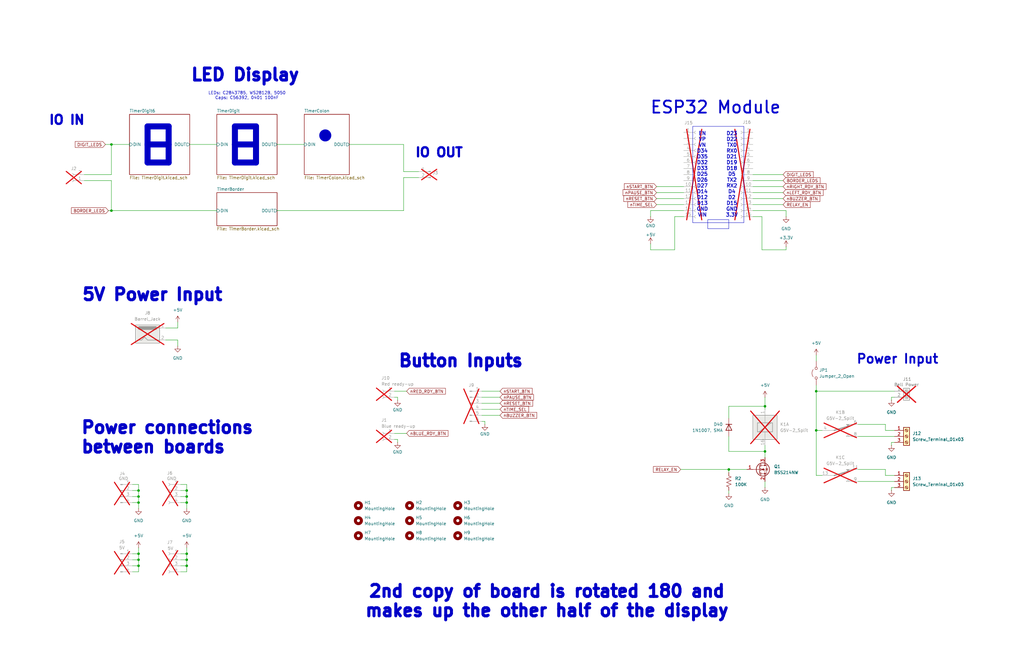
<source format=kicad_sch>
(kicad_sch (version 20231120) (generator "eeschema") (generator_version "8.0")
  (paper "B")
  (lib_symbols
    (symbol "Connector:Barrel_Jack" (pin_names (offset 1.016))
      (property "Reference" "J" (at 0 5.334 0))
      (property "Value" "Barrel_Jack" (at 0 -5.08 0))
      (symbol "Barrel_Jack_0_1"
        (rectangle (start -5.08 3.81) (end 5.08 -3.81) (stroke (width 0.254)) (fill (type background)))
        (arc (start -3.302 3.175) (mid -3.9343 2.54) (end -3.302 1.905) (stroke (width 0.254)))
        (arc (start -3.302 3.175) (mid -3.9343 2.54) (end -3.302 1.905) (stroke (width 0.254)) (fill (type outline)))
        (polyline (pts (xy 5.08 2.54) (xy 3.81 2.54)) (stroke (width 0.254)))
        (polyline (pts (xy -3.81 -2.54) (xy -2.54 -2.54) (xy -1.27 -1.27) (xy 0 -2.54) (xy 2.54 -2.54) (xy 5.08 -2.54)) (stroke (width 0.254)))
        (rectangle (start 3.683 3.175) (end -3.302 1.905) (stroke (width 0.254)) (fill (type outline)))
      )
      (symbol "Barrel_Jack_1_1"
        (pin passive line (at 7.62 2.54 180) (length 2.54) (name "~") (number "1"))
        (pin passive line (at 7.62 -2.54 180) (length 2.54) (name "~") (number "2"))
      )
    )
    (symbol "Connector:Conn_01x02_Pin" (pin_names (offset 1.016) hide)
      (property "Reference" "J" (at 0 2.54 0))
      (property "Value" "Conn_01x02_Pin" (at 0 -5.08 0))
      (symbol "Conn_01x02_Pin_1_1"
        (polyline (pts (xy 1.27 -2.54) (xy 0.8636 -2.54)) (stroke (width 0.1524)))
        (polyline (pts (xy 1.27 0) (xy 0.8636 0)) (stroke (width 0.1524)))
        (rectangle (start 0.8636 -2.413) (end 0 -2.667) (stroke (width 0.1524)) (fill (type outline)))
        (rectangle (start 0.8636 0.127) (end 0 -0.127) (stroke (width 0.1524)) (fill (type outline)))
        (pin passive line (at 5.08 0 180) (length 3.81) (name "Pin_1") (number "1"))
        (pin passive line (at 5.08 -2.54 180) (length 3.81) (name "Pin_2") (number "2"))
      )
    )
    (symbol "Connector:Conn_01x02_Socket" (pin_names (offset 1.016) hide)
      (property "Reference" "J" (at 0 2.54 0))
      (property "Value" "Conn_01x02_Socket" (at 0 -5.08 0))
      (symbol "Conn_01x02_Socket_1_1"
        (arc (start 0 -2.032) (mid -0.5058 -2.54) (end 0 -3.048) (stroke (width 0.1524)))
        (polyline (pts (xy -1.27 -2.54) (xy -0.508 -2.54)) (stroke (width 0.1524)))
        (polyline (pts (xy -1.27 0) (xy -0.508 0)) (stroke (width 0.1524)))
        (arc (start 0 0.508) (mid -0.5058 0) (end 0 -0.508) (stroke (width 0.1524)))
        (pin passive line (at -5.08 0 0) (length 3.81) (name "Pin_1") (number "1"))
        (pin passive line (at -5.08 -2.54 0) (length 3.81) (name "Pin_2") (number "2"))
      )
    )
    (symbol "Connector:Conn_01x04_Pin" (pin_names (offset 1.016) hide)
      (property "Reference" "J" (at 0 5.08 0))
      (property "Value" "Conn_01x04_Pin" (at 0 -7.62 0))
      (symbol "Conn_01x04_Pin_1_1"
        (polyline (pts (xy 1.27 -5.08) (xy 0.8636 -5.08)) (stroke (width 0.1524)))
        (polyline (pts (xy 1.27 -2.54) (xy 0.8636 -2.54)) (stroke (width 0.1524)))
        (polyline (pts (xy 1.27 0) (xy 0.8636 0)) (stroke (width 0.1524)))
        (polyline (pts (xy 1.27 2.54) (xy 0.8636 2.54)) (stroke (width 0.1524)))
        (rectangle (start 0.8636 -4.953) (end 0 -5.207) (stroke (width 0.1524)) (fill (type outline)))
        (rectangle (start 0.8636 -2.413) (end 0 -2.667) (stroke (width 0.1524)) (fill (type outline)))
        (rectangle (start 0.8636 0.127) (end 0 -0.127) (stroke (width 0.1524)) (fill (type outline)))
        (rectangle (start 0.8636 2.667) (end 0 2.413) (stroke (width 0.1524)) (fill (type outline)))
        (pin passive line (at 5.08 2.54 180) (length 3.81) (name "Pin_1") (number "1"))
        (pin passive line (at 5.08 0 180) (length 3.81) (name "Pin_2") (number "2"))
        (pin passive line (at 5.08 -2.54 180) (length 3.81) (name "Pin_3") (number "3"))
        (pin passive line (at 5.08 -5.08 180) (length 3.81) (name "Pin_4") (number "4"))
      )
    )
    (symbol "Connector:Conn_01x04_Socket" (pin_names (offset 1.016) hide)
      (property "Reference" "J" (at 0 5.08 0))
      (property "Value" "Conn_01x04_Socket" (at 0 -7.62 0))
      (symbol "Conn_01x04_Socket_1_1"
        (arc (start 0 -4.572) (mid -0.5058 -5.08) (end 0 -5.588) (stroke (width 0.1524)))
        (arc (start 0 -2.032) (mid -0.5058 -2.54) (end 0 -3.048) (stroke (width 0.1524)))
        (polyline (pts (xy -1.27 -5.08) (xy -0.508 -5.08)) (stroke (width 0.1524)))
        (polyline (pts (xy -1.27 -2.54) (xy -0.508 -2.54)) (stroke (width 0.1524)))
        (polyline (pts (xy -1.27 0) (xy -0.508 0)) (stroke (width 0.1524)))
        (polyline (pts (xy -1.27 2.54) (xy -0.508 2.54)) (stroke (width 0.1524)))
        (arc (start 0 0.508) (mid -0.5058 0) (end 0 -0.508) (stroke (width 0.1524)))
        (arc (start 0 3.048) (mid -0.5058 2.54) (end 0 2.032) (stroke (width 0.1524)))
        (pin passive line (at -5.08 2.54 0) (length 3.81) (name "Pin_1") (number "1"))
        (pin passive line (at -5.08 0 0) (length 3.81) (name "Pin_2") (number "2"))
        (pin passive line (at -5.08 -2.54 0) (length 3.81) (name "Pin_3") (number "3"))
        (pin passive line (at -5.08 -5.08 0) (length 3.81) (name "Pin_4") (number "4"))
      )
    )
    (symbol "Connector:Conn_01x06_Pin" (pin_names (offset 1.016) hide)
      (property "Reference" "J" (at 0 7.62 0))
      (property "Value" "Conn_01x06_Pin" (at 0 -10.16 0))
      (symbol "Conn_01x06_Pin_1_1"
        (polyline (pts (xy 1.27 -7.62) (xy 0.8636 -7.62)) (stroke (width 0.1524)))
        (polyline (pts (xy 1.27 -5.08) (xy 0.8636 -5.08)) (stroke (width 0.1524)))
        (polyline (pts (xy 1.27 -2.54) (xy 0.8636 -2.54)) (stroke (width 0.1524)))
        (polyline (pts (xy 1.27 0) (xy 0.8636 0)) (stroke (width 0.1524)))
        (polyline (pts (xy 1.27 2.54) (xy 0.8636 2.54)) (stroke (width 0.1524)))
        (polyline (pts (xy 1.27 5.08) (xy 0.8636 5.08)) (stroke (width 0.1524)))
        (rectangle (start 0.8636 -7.493) (end 0 -7.747) (stroke (width 0.1524)) (fill (type outline)))
        (rectangle (start 0.8636 -4.953) (end 0 -5.207) (stroke (width 0.1524)) (fill (type outline)))
        (rectangle (start 0.8636 -2.413) (end 0 -2.667) (stroke (width 0.1524)) (fill (type outline)))
        (rectangle (start 0.8636 0.127) (end 0 -0.127) (stroke (width 0.1524)) (fill (type outline)))
        (rectangle (start 0.8636 2.667) (end 0 2.413) (stroke (width 0.1524)) (fill (type outline)))
        (rectangle (start 0.8636 5.207) (end 0 4.953) (stroke (width 0.1524)) (fill (type outline)))
        (pin passive line (at 5.08 5.08 180) (length 3.81) (name "Pin_1") (number "1"))
        (pin passive line (at 5.08 2.54 180) (length 3.81) (name "Pin_2") (number "2"))
        (pin passive line (at 5.08 0 180) (length 3.81) (name "Pin_3") (number "3"))
        (pin passive line (at 5.08 -2.54 180) (length 3.81) (name "Pin_4") (number "4"))
        (pin passive line (at 5.08 -5.08 180) (length 3.81) (name "Pin_5") (number "5"))
        (pin passive line (at 5.08 -7.62 180) (length 3.81) (name "Pin_6") (number "6"))
      )
    )
    (symbol "Connector:Conn_01x15_Socket" (pin_names (offset 1.016) hide)
      (property "Reference" "J" (at 0 20.32 0))
      (property "Value" "Conn_01x15_Socket" (at 0 -20.32 0))
      (symbol "Conn_01x15_Socket_1_1"
        (arc (start 0 -17.272) (mid -0.5058 -17.78) (end 0 -18.288) (stroke (width 0.1524)))
        (arc (start 0 -14.732) (mid -0.5058 -15.24) (end 0 -15.748) (stroke (width 0.1524)))
        (arc (start 0 -12.192) (mid -0.5058 -12.7) (end 0 -13.208) (stroke (width 0.1524)))
        (arc (start 0 -9.652) (mid -0.5058 -10.16) (end 0 -10.668) (stroke (width 0.1524)))
        (arc (start 0 -7.112) (mid -0.5058 -7.62) (end 0 -8.128) (stroke (width 0.1524)))
        (arc (start 0 -4.572) (mid -0.5058 -5.08) (end 0 -5.588) (stroke (width 0.1524)))
        (arc (start 0 -2.032) (mid -0.5058 -2.54) (end 0 -3.048) (stroke (width 0.1524)))
        (polyline (pts (xy -1.27 -17.78) (xy -0.508 -17.78)) (stroke (width 0.1524)))
        (polyline (pts (xy -1.27 -15.24) (xy -0.508 -15.24)) (stroke (width 0.1524)))
        (polyline (pts (xy -1.27 -12.7) (xy -0.508 -12.7)) (stroke (width 0.1524)))
        (polyline (pts (xy -1.27 -10.16) (xy -0.508 -10.16)) (stroke (width 0.1524)))
        (polyline (pts (xy -1.27 -7.62) (xy -0.508 -7.62)) (stroke (width 0.1524)))
        (polyline (pts (xy -1.27 -5.08) (xy -0.508 -5.08)) (stroke (width 0.1524)))
        (polyline (pts (xy -1.27 -2.54) (xy -0.508 -2.54)) (stroke (width 0.1524)))
        (polyline (pts (xy -1.27 0) (xy -0.508 0)) (stroke (width 0.1524)))
        (polyline (pts (xy -1.27 2.54) (xy -0.508 2.54)) (stroke (width 0.1524)))
        (polyline (pts (xy -1.27 5.08) (xy -0.508 5.08)) (stroke (width 0.1524)))
        (polyline (pts (xy -1.27 7.62) (xy -0.508 7.62)) (stroke (width 0.1524)))
        (polyline (pts (xy -1.27 10.16) (xy -0.508 10.16)) (stroke (width 0.1524)))
        (polyline (pts (xy -1.27 12.7) (xy -0.508 12.7)) (stroke (width 0.1524)))
        (polyline (pts (xy -1.27 15.24) (xy -0.508 15.24)) (stroke (width 0.1524)))
        (polyline (pts (xy -1.27 17.78) (xy -0.508 17.78)) (stroke (width 0.1524)))
        (arc (start 0 0.508) (mid -0.5058 0) (end 0 -0.508) (stroke (width 0.1524)))
        (arc (start 0 3.048) (mid -0.5058 2.54) (end 0 2.032) (stroke (width 0.1524)))
        (arc (start 0 5.588) (mid -0.5058 5.08) (end 0 4.572) (stroke (width 0.1524)))
        (arc (start 0 8.128) (mid -0.5058 7.62) (end 0 7.112) (stroke (width 0.1524)))
        (arc (start 0 10.668) (mid -0.5058 10.16) (end 0 9.652) (stroke (width 0.1524)))
        (arc (start 0 13.208) (mid -0.5058 12.7) (end 0 12.192) (stroke (width 0.1524)))
        (arc (start 0 15.748) (mid -0.5058 15.24) (end 0 14.732) (stroke (width 0.1524)))
        (arc (start 0 18.288) (mid -0.5058 17.78) (end 0 17.272) (stroke (width 0.1524)))
        (pin passive line (at -5.08 17.78 0) (length 3.81) (name "Pin_1") (number "1"))
        (pin passive line (at -5.08 -5.08 0) (length 3.81) (name "Pin_10") (number "10"))
        (pin passive line (at -5.08 -7.62 0) (length 3.81) (name "Pin_11") (number "11"))
        (pin passive line (at -5.08 -10.16 0) (length 3.81) (name "Pin_12") (number "12"))
        (pin passive line (at -5.08 -12.7 0) (length 3.81) (name "Pin_13") (number "13"))
        (pin passive line (at -5.08 -15.24 0) (length 3.81) (name "Pin_14") (number "14"))
        (pin passive line (at -5.08 -17.78 0) (length 3.81) (name "Pin_15") (number "15"))
        (pin passive line (at -5.08 15.24 0) (length 3.81) (name "Pin_2") (number "2"))
        (pin passive line (at -5.08 12.7 0) (length 3.81) (name "Pin_3") (number "3"))
        (pin passive line (at -5.08 10.16 0) (length 3.81) (name "Pin_4") (number "4"))
        (pin passive line (at -5.08 7.62 0) (length 3.81) (name "Pin_5") (number "5"))
        (pin passive line (at -5.08 5.08 0) (length 3.81) (name "Pin_6") (number "6"))
        (pin passive line (at -5.08 2.54 0) (length 3.81) (name "Pin_7") (number "7"))
        (pin passive line (at -5.08 0 0) (length 3.81) (name "Pin_8") (number "8"))
        (pin passive line (at -5.08 -2.54 0) (length 3.81) (name "Pin_9") (number "9"))
      )
    )
    (symbol "Connector:Screw_Terminal_01x02" (pin_names (offset 1.016) hide)
      (property "Reference" "J" (at 0 2.54 0))
      (property "Value" "Screw_Terminal_01x02" (at 0 -5.08 0))
      (symbol "Screw_Terminal_01x02_1_1"
        (rectangle (start -1.27 1.27) (end 1.27 -3.81) (stroke (width 0.254)) (fill (type background)))
        (circle (center 0 -2.54) (radius 0.635) (stroke (width 0.1524)))
        (polyline (pts (xy -0.5334 -2.2098) (xy 0.3302 -3.048)) (stroke (width 0.1524)))
        (polyline (pts (xy -0.5334 0.3302) (xy 0.3302 -0.508)) (stroke (width 0.1524)))
        (polyline (pts (xy -0.3556 -2.032) (xy 0.508 -2.8702)) (stroke (width 0.1524)))
        (polyline (pts (xy -0.3556 0.508) (xy 0.508 -0.3302)) (stroke (width 0.1524)))
        (circle (center 0 0) (radius 0.635) (stroke (width 0.1524)))
        (pin passive line (at -5.08 0 0) (length 3.81) (name "Pin_1") (number "1"))
        (pin passive line (at -5.08 -2.54 0) (length 3.81) (name "Pin_2") (number "2"))
      )
    )
    (symbol "Connector:Screw_Terminal_01x03" (pin_names (offset 1.016) hide)
      (property "Reference" "J" (at 0 5.08 0))
      (property "Value" "Screw_Terminal_01x03" (at 0 -5.08 0))
      (symbol "Screw_Terminal_01x03_1_1"
        (rectangle (start -1.27 3.81) (end 1.27 -3.81) (stroke (width 0.254)) (fill (type background)))
        (circle (center 0 -2.54) (radius 0.635) (stroke (width 0.1524)))
        (polyline (pts (xy -0.5334 -2.2098) (xy 0.3302 -3.048)) (stroke (width 0.1524)))
        (polyline (pts (xy -0.5334 0.3302) (xy 0.3302 -0.508)) (stroke (width 0.1524)))
        (polyline (pts (xy -0.5334 2.8702) (xy 0.3302 2.032)) (stroke (width 0.1524)))
        (polyline (pts (xy -0.3556 -2.032) (xy 0.508 -2.8702)) (stroke (width 0.1524)))
        (polyline (pts (xy -0.3556 0.508) (xy 0.508 -0.3302)) (stroke (width 0.1524)))
        (polyline (pts (xy -0.3556 3.048) (xy 0.508 2.2098)) (stroke (width 0.1524)))
        (circle (center 0 0) (radius 0.635) (stroke (width 0.1524)))
        (circle (center 0 2.54) (radius 0.635) (stroke (width 0.1524)))
        (pin passive line (at -5.08 2.54 0) (length 3.81) (name "Pin_1") (number "1"))
        (pin passive line (at -5.08 0 0) (length 3.81) (name "Pin_2") (number "2"))
        (pin passive line (at -5.08 -2.54 0) (length 3.81) (name "Pin_3") (number "3"))
      )
    )
    (symbol "Device:D" (pin_numbers hide) (pin_names (offset 1.016) hide)
      (property "Reference" "D" (at 0 2.54 0))
      (property "Value" "D" (at 0 -2.54 0))
      (symbol "D_0_1"
        (polyline (pts (xy -1.27 1.27) (xy -1.27 -1.27)) (stroke (width 0.254)))
        (polyline (pts (xy 1.27 0) (xy -1.27 0)))
        (polyline (pts (xy 1.27 1.27) (xy 1.27 -1.27) (xy -1.27 0) (xy 1.27 1.27)) (stroke (width 0.254)))
      )
      (symbol "D_1_1"
        (pin passive line (at -3.81 0 0) (length 2.54) (name "K") (number "1"))
        (pin passive line (at 3.81 0 180) (length 2.54) (name "A") (number "2"))
      )
    )
    (symbol "Device:R_US" (pin_numbers hide) (pin_names (offset 0))
      (property "Reference" "R" (at 2.54 0 90))
      (property "Value" "R_US" (at -2.54 0 90))
      (symbol "R_US_0_1"
        (polyline (pts (xy 0 -2.286) (xy 0 -2.54)))
        (polyline (pts (xy 0 2.286) (xy 0 2.54)))
        (polyline (pts (xy 0 -0.762) (xy 1.016 -1.143) (xy 0 -1.524) (xy -1.016 -1.905) (xy 0 -2.286)))
        (polyline (pts (xy 0 0.762) (xy 1.016 0.381) (xy 0 0) (xy -1.016 -0.381) (xy 0 -0.762)))
        (polyline (pts (xy 0 2.286) (xy 1.016 1.905) (xy 0 1.524) (xy -1.016 1.143) (xy 0 0.762)))
      )
      (symbol "R_US_1_1"
        (pin passive line (at 0 3.81 270) (length 1.27) (name "~") (number "1"))
        (pin passive line (at 0 -3.81 90) (length 1.27) (name "~") (number "2"))
      )
    )
    (symbol "Jumper:Jumper_2_Open" (pin_numbers hide) (pin_names (offset 0) hide) (exclude_from_sim yes)
      (property "Reference" "JP" (at 0 2.794 0))
      (property "Value" "Jumper_2_Open" (at 0 -2.286 0))
      (symbol "Jumper_2_Open_0_0"
        (circle (center -2.032 0) (radius 0.508))
        (circle (center 2.032 0) (radius 0.508))
      )
      (symbol "Jumper_2_Open_0_1"
        (arc (start 1.524 1.27) (mid 0 1.778) (end -1.524 1.27))
      )
      (symbol "Jumper_2_Open_1_1"
        (pin passive line (at -5.08 0 0) (length 2.54) (name "A") (number "1"))
        (pin passive line (at 5.08 0 180) (length 2.54) (name "B") (number "2"))
      )
    )
    (symbol "Mechanical:MountingHole" (pin_names (offset 1.016)) (exclude_from_sim yes) (in_bom no)
      (property "Reference" "H" (at 0 5.08 0))
      (property "Value" "MountingHole" (at 0 3.175 0))
      (symbol "MountingHole_0_1"
        (circle (center 0 0) (radius 1.27) (stroke (width 1.27)))
      )
    )
    (symbol "Relay:G5V-2_Split"
      (property "Reference" "K" (at 6.35 1.27 0))
      (property "Value" "G5V-2_Split" (at 6.35 -1.27 0))
      (symbol "G5V-2_Split_1_1"
        (rectangle (start -5.08 5.08) (end 5.08 -5.08) (stroke (width 0.254)) (fill (type background)))
        (rectangle (start -3.175 1.905) (end 3.175 -1.905) (stroke (width 0.254)))
        (polyline (pts (xy -2.54 -1.905) (xy 2.54 1.905)) (stroke (width 0.254)))
        (polyline (pts (xy 0 -5.08) (xy 0 -1.905)))
        (polyline (pts (xy 0 5.08) (xy 0 1.905)))
        (pin passive line (at 0 7.62 270) (length 2.54) (name "~") (number "1"))
        (pin passive line (at 0 -7.62 90) (length 2.54) (name "~") (number "16"))
      )
      (symbol "G5V-2_Split_2_1"
        (polyline (pts (xy 0 -2.54) (xy -1.905 3.81)) (stroke (width 0.508)))
        (polyline (pts (xy 0 -2.54) (xy 0 -5.08)))
        (polyline (pts (xy -2.54 5.08) (xy -2.54 2.54) (xy -1.905 3.175) (xy -2.54 3.81)) (fill (type outline)))
        (polyline (pts (xy 2.54 5.08) (xy 2.54 2.54) (xy 1.905 3.175) (xy 2.54 3.81)))
        (pin passive line (at 0 -7.62 90) (length 2.54) (name "~") (number "4"))
        (pin passive line (at -2.54 7.62 270) (length 2.54) (name "~") (number "6"))
        (pin passive line (at 2.54 7.62 270) (length 2.54) (name "~") (number "8"))
      )
      (symbol "G5V-2_Split_3_1"
        (polyline (pts (xy 0 -2.54) (xy -1.905 3.81)) (stroke (width 0.508)))
        (polyline (pts (xy 0 -2.54) (xy 0 -5.08)))
        (polyline (pts (xy -2.54 5.08) (xy -2.54 2.54) (xy -1.905 3.175) (xy -2.54 3.81)) (fill (type outline)))
        (polyline (pts (xy 2.54 5.08) (xy 2.54 2.54) (xy 1.905 3.175) (xy 2.54 3.81)))
        (pin passive line (at -2.54 7.62 270) (length 2.54) (name "~") (number "11"))
        (pin passive line (at 0 -7.62 90) (length 2.54) (name "~") (number "13"))
        (pin passive line (at 2.54 7.62 270) (length 2.54) (name "~") (number "9"))
      )
    )
    (symbol "Transistor_FET:BSS214NW" (pin_names hide)
      (property "Reference" "Q" (at 5.08 1.905 0))
      (property "Value" "BSS214NW" (at 5.08 0 0))
      (symbol "BSS214NW_0_1"
        (polyline (pts (xy 0.254 0) (xy -2.54 0)))
        (polyline (pts (xy 0.254 1.905) (xy 0.254 -1.905)) (stroke (width 0.254)))
        (polyline (pts (xy 0.762 -1.27) (xy 0.762 -2.286)) (stroke (width 0.254)))
        (polyline (pts (xy 0.762 0.508) (xy 0.762 -0.508)) (stroke (width 0.254)))
        (polyline (pts (xy 0.762 2.286) (xy 0.762 1.27)) (stroke (width 0.254)))
        (polyline (pts (xy 2.54 2.54) (xy 2.54 1.778)))
        (polyline (pts (xy 2.54 -2.54) (xy 2.54 0) (xy 0.762 0)))
        (polyline (pts (xy 0.762 -1.778) (xy 3.302 -1.778) (xy 3.302 1.778) (xy 0.762 1.778)))
        (polyline (pts (xy 1.016 0) (xy 2.032 0.381) (xy 2.032 -0.381) (xy 1.016 0)) (fill (type outline)))
        (polyline (pts (xy 2.794 0.508) (xy 2.921 0.381) (xy 3.683 0.381) (xy 3.81 0.254)))
        (polyline (pts (xy 3.302 0.381) (xy 2.921 -0.254) (xy 3.683 -0.254) (xy 3.302 0.381)))
        (circle (center 1.651 0) (radius 2.794) (stroke (width 0.254)))
        (circle (center 2.54 -1.778) (radius 0.254) (fill (type outline)))
        (circle (center 2.54 1.778) (radius 0.254) (fill (type outline)))
      )
      (symbol "BSS214NW_1_1"
        (pin input line (at -5.08 0 0) (length 2.54) (name "G") (number "1"))
        (pin passive line (at 2.54 -5.08 90) (length 2.54) (name "S") (number "2"))
        (pin passive line (at 2.54 5.08 270) (length 2.54) (name "D") (number "3"))
      )
    )
    (symbol "power:+3.3V" (power) (pin_numbers hide) (pin_names (offset 0) hide)
      (property "Value" "+3.3V" (at 0 3.556 0))
      (symbol "+3.3V_0_1"
        (polyline (pts (xy -0.762 1.27) (xy 0 2.54)))
        (polyline (pts (xy 0 0) (xy 0 2.54)))
        (polyline (pts (xy 0 2.54) (xy 0.762 1.27)))
      )
      (symbol "+3.3V_1_1"
        (pin power_in line (at 0 0 90) (length 0) (name "~") (number "1"))
      )
    )
    (symbol "power:+5V" (power) (pin_numbers hide) (pin_names (offset 0) hide)
      (property "Value" "+5V" (at 0 3.556 0))
      (symbol "+5V_0_1"
        (polyline (pts (xy -0.762 1.27) (xy 0 2.54)))
        (polyline (pts (xy 0 0) (xy 0 2.54)))
        (polyline (pts (xy 0 2.54) (xy 0.762 1.27)))
      )
      (symbol "+5V_1_1"
        (pin power_in line (at 0 0 90) (length 0) (name "~") (number "1"))
      )
    )
    (symbol "power:GND" (power) (pin_numbers hide) (pin_names (offset 0) hide)
      (property "Value" "GND" (at 0 -3.81 0))
      (symbol "GND_0_1"
        (polyline (pts (xy 0 0) (xy 0 -1.27) (xy 1.27 -1.27) (xy 0 -2.54) (xy -1.27 -1.27) (xy 0 -1.27)))
      )
      (symbol "GND_1_1"
        (pin power_in line (at 0 0 270) (length 0) (name "~") (number "1"))
      )
    )
  )
  (junction (at 46.99 60.96))
  (junction (at 58.42 238.76))
  (junction (at 344.17 165.1))
  (junction (at 322.58 190.5))
  (junction (at 58.42 207.01))
  (junction (at 58.42 209.55))
  (junction (at 78.74 233.68))
  (junction (at 78.74 209.55))
  (junction (at 58.42 236.22))
  (junction (at 322.58 171.45))
  (junction (at 307.34 198.12))
  (junction (at 78.74 212.09))
  (junction (at 58.42 233.68))
  (junction (at 344.17 181.61))
  (junction (at 78.74 207.01))
  (junction (at 46.99 88.9))
  (junction (at 78.74 236.22))
  (junction (at 78.74 238.76))
  (junction (at 58.42 212.09))
  (wire (pts (xy 331.47 88.9) (xy 331.47 91.44)))
  (wire (pts (xy 373.38 200.66) (xy 377.19 200.66)))
  (wire (pts (xy 375.92 167.64) (xy 377.19 167.64)))
  (wire (pts (xy 317.5 88.9) (xy 331.47 88.9)))
  (wire (pts (xy 78.74 204.47) (xy 78.74 207.01)))
  (wire (pts (xy 76.2 212.09) (xy 78.74 212.09)))
  (wire (pts (xy 78.74 209.55) (xy 78.74 212.09)))
  (wire (pts (xy 55.88 241.3) (xy 58.42 241.3)))
  (wire (pts (xy 78.74 207.01) (xy 78.74 209.55)))
  (wire (pts (xy 55.88 204.47) (xy 58.42 204.47)))
  (wire (pts (xy 78.74 233.68) (xy 78.74 231.14)))
  (wire (pts (xy 167.64 167.64) (xy 167.64 168.91)))
  (wire (pts (xy 331.47 105.41) (xy 331.47 104.14)))
  (polyline (pts (xy 62.23 53.34) (xy 71.12 53.34)))
  (wire (pts (xy 116.84 60.96) (xy 128.27 60.96)))
  (wire (pts (xy 55.88 209.55) (xy 58.42 209.55)))
  (wire (pts (xy 58.42 212.09) (xy 58.42 214.63)))
  (wire (pts (xy 171.45 182.88) (xy 166.37 182.88)))
  (wire (pts (xy 276.86 83.82) (xy 288.29 83.82)))
  (wire (pts (xy 276.86 86.36) (xy 288.29 86.36)))
  (wire (pts (xy 307.34 171.45) (xy 307.34 176.53)))
  (wire (pts (xy 76.2 241.3) (xy 78.74 241.3)))
  (wire (pts (xy 46.99 60.96) (xy 54.61 60.96)))
  (wire (pts (xy 375.92 167.64) (xy 375.92 168.91)))
  (wire (pts (xy 307.34 199.39) (xy 307.34 198.12)))
  (wire (pts (xy 321.31 105.41) (xy 331.47 105.41)))
  (wire (pts (xy 170.18 72.39) (xy 170.18 60.96)))
  (polyline (pts (xy 107.95 53.34) (xy 99.06 53.34)) (stroke (width 2.54)))
  (wire (pts (xy 78.74 241.3) (xy 78.74 238.76)))
  (polyline (pts (xy 107.95 68.58) (xy 107.95 53.34)) (stroke (width 2.54)))
  (wire (pts (xy 76.2 209.55) (xy 78.74 209.55)))
  (wire (pts (xy 170.18 60.96) (xy 147.32 60.96)))
  (wire (pts (xy 322.58 190.5) (xy 322.58 193.04)))
  (wire (pts (xy 74.93 143.51) (xy 74.93 146.05)))
  (wire (pts (xy 307.34 190.5) (xy 322.58 190.5)))
  (wire (pts (xy 373.38 179.07) (xy 373.38 181.61)))
  (wire (pts (xy 80.01 60.96) (xy 91.44 60.96)))
  (wire (pts (xy 45.72 88.9) (xy 46.99 88.9)))
  (wire (pts (xy 322.58 171.45) (xy 322.58 172.72)))
  (wire (pts (xy 204.47 177.8) (xy 203.2 177.8)))
  (wire (pts (xy 170.18 72.39) (xy 176.53 72.39)))
  (wire (pts (xy 58.42 209.55) (xy 58.42 212.09)))
  (wire (pts (xy 35.56 73.66) (xy 46.99 73.66)))
  (wire (pts (xy 322.58 203.2) (xy 322.58 205.74)))
  (wire (pts (xy 78.74 236.22) (xy 78.74 233.68)))
  (wire (pts (xy 287.02 198.12) (xy 307.34 198.12)))
  (wire (pts (xy 58.42 207.01) (xy 58.42 209.55)))
  (wire (pts (xy 317.5 91.44) (xy 321.31 91.44)))
  (wire (pts (xy 361.95 198.12) (xy 373.38 198.12)))
  (wire (pts (xy 288.29 88.9) (xy 274.32 88.9)))
  (wire (pts (xy 55.88 238.76) (xy 58.42 238.76)))
  (wire (pts (xy 170.18 74.93) (xy 176.53 74.93)))
  (wire (pts (xy 375.92 205.74) (xy 375.92 207.01)))
  (wire (pts (xy 288.29 91.44) (xy 284.48 91.44)))
  (wire (pts (xy 46.99 88.9) (xy 46.99 76.2)))
  (polyline (pts (xy 62.23 53.34) (xy 62.23 60.96)) (stroke (width 2.54)))
  (polyline (pts (xy 62.23 60.96) (xy 62.23 68.58)) (stroke (width 2.54)))
  (wire (pts (xy 76.2 207.01) (xy 78.74 207.01)))
  (polyline (pts (xy 99.06 53.34) (xy 107.95 53.34)))
  (wire (pts (xy 375.92 186.69) (xy 377.19 186.69)))
  (wire (pts (xy 58.42 236.22) (xy 58.42 233.68)))
  (wire (pts (xy 167.64 185.42) (xy 166.37 185.42)))
  (wire (pts (xy 373.38 198.12) (xy 373.38 200.66)))
  (wire (pts (xy 46.99 88.9) (xy 91.44 88.9)))
  (wire (pts (xy 58.42 238.76) (xy 58.42 236.22)))
  (wire (pts (xy 55.88 233.68) (xy 58.42 233.68)))
  (wire (pts (xy 322.58 167.64) (xy 322.58 171.45)))
  (wire (pts (xy 373.38 181.61) (xy 377.19 181.61)))
  (wire (pts (xy 74.93 138.43) (xy 74.93 135.89)))
  (wire (pts (xy 274.32 88.9) (xy 274.32 91.44)))
  (wire (pts (xy 322.58 190.5) (xy 322.58 187.96)))
  (wire (pts (xy 307.34 184.15) (xy 307.34 190.5)))
  (wire (pts (xy 307.34 207.01) (xy 307.34 208.28)))
  (wire (pts (xy 44.45 60.96) (xy 46.99 60.96)))
  (wire (pts (xy 76.2 204.47) (xy 78.74 204.47)))
  (wire (pts (xy 116.84 88.9) (xy 170.18 88.9)))
  (wire (pts (xy 210.82 165.1) (xy 203.2 165.1)))
  (wire (pts (xy 58.42 241.3) (xy 58.42 238.76)))
  (polyline (pts (xy 71.12 68.58) (xy 71.12 53.34)) (stroke (width 2.54)))
  (wire (pts (xy 78.74 238.76) (xy 78.74 236.22)))
  (wire (pts (xy 346.71 200.66) (xy 344.17 200.66)))
  (wire (pts (xy 375.92 205.74) (xy 377.19 205.74)))
  (wire (pts (xy 330.2 81.28) (xy 317.5 81.28)))
  (wire (pts (xy 361.95 179.07) (xy 373.38 179.07)))
  (polyline (pts (xy 71.12 53.34) (xy 71.12 60.96)))
  (wire (pts (xy 210.82 170.18) (xy 203.2 170.18)))
  (wire (pts (xy 210.82 167.64) (xy 203.2 167.64)))
  (wire (pts (xy 55.88 207.01) (xy 58.42 207.01)))
  (wire (pts (xy 76.2 233.68) (xy 78.74 233.68)))
  (wire (pts (xy 344.17 165.1) (xy 344.17 181.61)))
  (wire (pts (xy 317.5 83.82) (xy 330.2 83.82)))
  (wire (pts (xy 361.95 184.15) (xy 377.19 184.15)))
  (wire (pts (xy 274.32 105.41) (xy 274.32 102.87)))
  (wire (pts (xy 330.2 86.36) (xy 317.5 86.36)))
  (wire (pts (xy 210.82 172.72) (xy 203.2 172.72)))
  (wire (pts (xy 276.86 81.28) (xy 288.29 81.28)))
  (wire (pts (xy 344.17 162.56) (xy 344.17 165.1)))
  (wire (pts (xy 58.42 233.68) (xy 58.42 231.14)))
  (polyline (pts (xy 71.12 53.34) (xy 62.23 53.34)) (stroke (width 2.54)))
  (polyline (pts (xy 99.06 53.34) (xy 99.06 60.96)) (stroke (width 2.54)))
  (wire (pts (xy 46.99 73.66) (xy 46.99 60.96)))
  (wire (pts (xy 377.19 165.1) (xy 344.17 165.1)))
  (wire (pts (xy 344.17 200.66) (xy 344.17 181.61)))
  (wire (pts (xy 35.56 76.2) (xy 46.99 76.2)))
  (wire (pts (xy 55.88 212.09) (xy 58.42 212.09)))
  (polyline (pts (xy 107.95 53.34) (xy 107.95 60.96)))
  (polyline (pts (xy 71.12 60.96) (xy 62.23 60.96)) (stroke (width 2.54)))
  (wire (pts (xy 274.32 105.41) (xy 284.48 105.41)))
  (wire (pts (xy 322.58 171.45) (xy 307.34 171.45)))
  (wire (pts (xy 361.95 203.2) (xy 377.19 203.2)))
  (wire (pts (xy 167.64 185.42) (xy 167.64 186.69)))
  (wire (pts (xy 76.2 238.76) (xy 78.74 238.76)))
  (wire (pts (xy 170.18 88.9) (xy 170.18 74.93)))
  (polyline (pts (xy 107.95 60.96) (xy 99.06 60.96)) (stroke (width 2.54)))
  (wire (pts (xy 167.64 167.64) (xy 166.37 167.64)))
  (wire (pts (xy 204.47 177.8) (xy 204.47 179.07)))
  (wire (pts (xy 307.34 198.12) (xy 314.96 198.12)))
  (wire (pts (xy 284.48 91.44) (xy 284.48 105.41)))
  (wire (pts (xy 344.17 149.86) (xy 344.17 152.4)))
  (wire (pts (xy 330.2 78.74) (xy 317.5 78.74)))
  (wire (pts (xy 321.31 91.44) (xy 321.31 105.41)))
  (wire (pts (xy 58.42 204.47) (xy 58.42 207.01)))
  (wire (pts (xy 210.82 175.26) (xy 203.2 175.26)))
  (wire (pts (xy 330.2 73.66) (xy 317.5 73.66)))
  (wire (pts (xy 76.2 236.22) (xy 78.74 236.22)))
  (polyline (pts (xy 99.06 60.96) (xy 99.06 68.58)) (stroke (width 2.54)))
  (wire (pts (xy 171.45 165.1) (xy 166.37 165.1)))
  (polyline (pts (xy 99.06 68.58) (xy 107.95 68.58)) (stroke (width 2.54)))
  (wire (pts (xy 69.85 138.43) (xy 74.93 138.43)))
  (wire (pts (xy 69.85 143.51) (xy 74.93 143.51)))
  (wire (pts (xy 330.2 76.2) (xy 317.5 76.2)))
  (wire (pts (xy 346.71 181.61) (xy 344.17 181.61)))
  (wire (pts (xy 375.92 186.69) (xy 375.92 187.96)))
  (wire (pts (xy 276.86 78.74) (xy 288.29 78.74)))
  (wire (pts (xy 55.88 236.22) (xy 58.42 236.22)))
  (wire (pts (xy 78.74 212.09) (xy 78.74 214.63)))
  (polyline (pts (xy 62.23 68.58) (xy 71.12 68.58)) (stroke (width 2.54)))
  (rectangle (start 292.1 53.34) (end 313.69 93.98))
  (rectangle (start 298.45 92.71) (end 307.34 96.52))
  (circle (center 137.16 57.15) (radius 0.0001) (stroke (width 2.54)))
  (text "EN\nVP\nVN\nD34\nD35\nD32\nD33\nD25\nD26\nD27\nD14\nD12\nD13\nGND\nVIN" (at 296.164 73.66 0) (effects (font (size 1.524 1.524) (thickness 0.2794) (bold yes))))
  (text "IO IN" (at 28.194 50.8 0) (effects (font (size 3.81 3.81) (thickness 1.524) (bold yes))))
  (text "Power connections \nbetween boards" (at 33.782 184.658 0) (effects (font (size 5.08 5.08) (thickness 1.524) (bold yes)) (justify left)))
  (text "5V Power Input" (at 64.262 124.46 0) (effects (font (size 5.08 5.08) (thickness 1.524) (bold yes))))
  (text "IO OUT" (at 185.166 64.516 0) (effects (font (size 3.81 3.81) (thickness 1.524) (bold yes))))
  (text "Power Input" (at 378.46 151.638 0) (effects (font (size 3.81 3.81) (thickness 0.762) (bold yes))))
  (text "2nd copy of board is rotated 180 and\nmakes up the other half of the display" (at 230.632 253.746 0) (effects (font (size 5.08 5.08) (thickness 1.524) (bold yes))))
  (text "Button Inputs" (at 194.31 152.4 0) (effects (font (size 5.08 5.08) (thickness 1.524) (bold yes))))
  (text "D23\nD22\nTX0\nRX0\nD21\nD19\nD18\nD5\nTX2\nRX2\nD4\nD2\nD15\nGND\n3.3V" (at 308.61 73.66 0) (effects (font (size 1.524 1.524) (thickness 0.2794) (bold yes))))
  (text "LEDs: C2843785, WS2812B, 5050\nCaps: C56392, 0401 100nF" (at 104.14 40.386 0) (effects (font (size 1.27 1.27))))
  (text "ESP32 Module" (at 301.752 45.466 0) (effects (font (size 5.08 5.08) (thickness 0.762) (bold yes))))
  (text "LED Display" (at 103.378 31.75 0) (effects (font (size 5.08 5.08) (thickness 1.524) (bold yes))))
  (global_label "nPAUSE_BTN" (shape input) (at 276.86 81.28 180) (property "Intersheetrefs" "${INTERSHEET_REFS}" (effects (hide yes))))
  (global_label "BORDER_LEDS" (shape input) (at 45.72 88.9 180) (property "Intersheetrefs" "${INTERSHEET_REFS}" (effects (hide yes))))
  (global_label "nRIGHT_RDY_BTN" (shape input) (at 330.2 78.74 0) (property "Intersheetrefs" "${INTERSHEET_REFS}" (effects (hide yes))))
  (global_label "nRESET_BTN" (shape input) (at 210.82 170.18 0) (property "Intersheetrefs" "${INTERSHEET_REFS}" (effects (hide yes))))
  (global_label "nTIME_SEL" (shape input) (at 210.82 172.72 0) (property "Intersheetrefs" "${INTERSHEET_REFS}" (effects (hide yes))))
  (global_label "nSTART_BTN" (shape input) (at 276.86 78.74 180) (property "Intersheetrefs" "${INTERSHEET_REFS}" (effects (hide yes))))
  (global_label "nRED_RDY_BTN" (shape input) (at 171.45 165.1 0) (property "Intersheetrefs" "${INTERSHEET_REFS}" (effects (hide yes))))
  (global_label "nSTART_BTN" (shape input) (at 210.82 165.1 0) (property "Intersheetrefs" "${INTERSHEET_REFS}" (effects (hide yes))))
  (global_label "nLEFT_RDY_BTN" (shape input) (at 330.2 81.28 0) (property "Intersheetrefs" "${INTERSHEET_REFS}" (effects (hide yes))))
  (global_label "RELAY_EN" (shape input) (at 287.02 198.12 180) (property "Intersheetrefs" "${INTERSHEET_REFS}" (effects (hide yes))))
  (global_label "nBUZZER_BTN" (shape input) (at 210.82 175.26 0) (property "Intersheetrefs" "${INTERSHEET_REFS}" (effects (hide yes))))
  (global_label "nPAUSE_BTN" (shape input) (at 210.82 167.64 0) (property "Intersheetrefs" "${INTERSHEET_REFS}" (effects (hide yes))))
  (global_label "DIGIT_LEDS" (shape input) (at 44.45 60.96 180) (property "Intersheetrefs" "${INTERSHEET_REFS}" (effects (hide yes))))
  (global_label "BORDER_LEDS" (shape input) (at 330.2 76.2 0) (property "Intersheetrefs" "${INTERSHEET_REFS}" (effects (hide yes))))
  (global_label "RELAY_EN" (shape input) (at 330.2 86.36 0) (property "Intersheetrefs" "${INTERSHEET_REFS}" (effects (hide yes))))
  (global_label "nBUZZER_BTN" (shape input) (at 330.2 83.82 0) (property "Intersheetrefs" "${INTERSHEET_REFS}" (effects (hide yes))))
  (global_label "DIGIT_LEDS" (shape input) (at 330.2 73.66 0) (property "Intersheetrefs" "${INTERSHEET_REFS}" (effects (hide yes))))
  (global_label "nRESET_BTN" (shape input) (at 276.86 83.82 180) (property "Intersheetrefs" "${INTERSHEET_REFS}" (effects (hide yes))))
  (global_label "nTIME_SEL" (shape input) (at 276.86 86.36 180) (property "Intersheetrefs" "${INTERSHEET_REFS}" (effects (hide yes))))
  (global_label "nBLUE_RDY_BTN" (shape input) (at 171.45 182.88 0) (property "Intersheetrefs" "${INTERSHEET_REFS}" (effects (hide yes))))
  (symbol (lib_id "power:GND") (at 204.47 179.07 0) (unit 1)
    (property "Reference" "#PWR085" (effects (hide yes)))
    (property "Value" "GND" (at 204.47 183.134 0))
    (property "Description" "Power symbol creates a global label with name \"GND\" , ground" (effects (hide yes)))
  )
  (symbol (lib_id "Connector:Conn_01x02_Socket") (at 161.29 182.88 0) (mirror y) (unit 1) (in_bom no) (dnp yes)
    (property "Reference" "J1" (at 160.782 177.292 0) (effects (justify right)))
    (property "Value" "Blue ready-up" (at 160.782 179.832 0) (effects (justify right)))
    (property "Footprint" "Connector_JST:JST_EH_S2B-EH_1x02_P2.50mm_Horizontal" (effects (hide yes)))
    (property "Description" "Generic connector, single row, 01x02, script generated" (effects (hide yes)))
    (property "LCSC" "C19271377" (effects (hide yes)))
  )
  (symbol (lib_id "power:GND") (at 74.93 146.05 0) (unit 1)
    (property "Reference" "#PWR078" (effects (hide yes)))
    (property "Value" "GND" (at 74.93 151.13 0))
    (property "Description" "Power symbol creates a global label with name \"GND\" , ground" (effects (hide yes)))
  )
  (symbol (lib_id "power:GND") (at 331.47 91.44 0) (unit 1)
    (property "Reference" "#PWR096" (effects (hide yes)))
    (property "Value" "GND" (at 331.47 96.52 0))
    (property "Description" "Power symbol creates a global label with name \"GND\" , ground" (effects (hide yes)))
  )
  (symbol (lib_id "Relay:G5V-2_Split") (at 354.33 181.61 270) (unit 2) (in_bom no) (dnp yes)
    (property "Reference" "K1" (at 354.33 173.99 90))
    (property "Value" "G5V-2_Split" (at 354.33 176.53 90))
    (property "Footprint" "Relay_THT:Relay_DPDT_Omron_G5V-2" (effects (hide yes)))
    (property "Datasheet" "http://omronfs.omron.com/en_US/ecb/products/pdf/en-g5v_2.pdf" (effects (hide yes)))
    (property "Description" "Relay Miniature Omron DPDT" (effects (hide yes)))
    (property "LCSC" "C27269" (effects (hide yes)))
  )
  (symbol (lib_id "Device:R_US") (at 307.34 203.2 0) (unit 1)
    (property "Reference" "R2" (at 309.88 201.9299 0) (effects (justify left)))
    (property "Value" "100K" (at 309.88 204.4699 0) (effects (justify left)))
    (property "Footprint" "Resistor_SMD:R_0402_1005Metric" (effects (hide yes)))
    (property "Description" "Resistor, US symbol" (effects (hide yes)))
    (property "LCSC" "C25530" (effects (hide yes)))
  )
  (symbol (lib_id "Connector:Screw_Terminal_01x03") (at 382.27 184.15 0) (unit 1)
    (property "Reference" "J12" (at 384.81 182.8799 0) (effects (justify left)))
    (property "Value" "Screw_Terminal_01x03" (at 384.81 185.4199 0) (effects (justify left)))
    (property "Footprint" "TerminalBlock:TerminalBlock_bornier-3_P5.08mm" (effects (hide yes)))
    (property "Description" "Generic screw terminal, single row, 01x03, script generated (kicad-library-utils/schlib/autogen/connector/)" (effects (hide yes)))
  )
  (symbol (lib_id "power:+5V") (at 78.74 231.14 0) (unit 1)
    (property "Reference" "#PWR082" (effects (hide yes)))
    (property "Value" "+5V" (at 78.74 226.06 0))
    (property "Description" "Power symbol creates a global label with name \"+5V\"" (effects (hide yes)))
  )
  (symbol (lib_id "Mechanical:MountingHole") (at 193.04 219.71 0) (unit 1) (exclude_from_sim yes) (in_bom no)
    (property "Reference" "H6" (at 195.58 218.4399 0) (effects (justify left)))
    (property "Value" "MountingHole" (at 195.58 220.9799 0) (effects (justify left)))
    (property "Footprint" "MountingHole:MountingHole_3.2mm_M3" (effects (hide yes)))
    (property "Description" "Mounting Hole without connection" (effects (hide yes)))
  )
  (symbol (lib_id "power:GND") (at 58.42 214.63 0) (unit 1)
    (property "Reference" "#PWR079" (effects (hide yes)))
    (property "Value" "GND" (at 58.42 219.71 0))
    (property "Description" "Power symbol creates a global label with name \"GND\" , ground" (effects (hide yes)))
  )
  (symbol (lib_id "Connector:Screw_Terminal_01x02") (at 382.27 165.1 0) (unit 1) (in_bom no) (dnp yes)
    (property "Reference" "J11" (at 382.524 160.02 0))
    (property "Value" "Bell Power" (at 382.27 162.306 0))
    (property "Footprint" "TerminalBlock:TerminalBlock_bornier-2_P5.08mm" (effects (hide yes)))
    (property "Description" "Generic screw terminal, single row, 01x02, script generated (kicad-library-utils/schlib/autogen/connector/)" (effects (hide yes)))
    (property "LCSC" "C5142622" (effects (hide yes)))
  )
  (symbol (lib_id "power:+5V") (at 74.93 135.89 0) (unit 1)
    (property "Reference" "#PWR077" (effects (hide yes)))
    (property "Value" "+5V" (at 74.93 130.81 0))
    (property "Description" "Power symbol creates a global label with name \"+5V\"" (effects (hide yes)))
  )
  (symbol (lib_id "power:+5V") (at 322.58 167.64 0) (unit 1)
    (property "Reference" "#PWR088" (effects (hide yes)))
    (property "Value" "+5V" (at 322.58 162.56 0))
    (property "Description" "Power symbol creates a global label with name \"+5V\"" (effects (hide yes)))
  )
  (symbol (lib_id "Connector:Conn_01x04_Pin") (at 50.8 236.22 0) (unit 1) (in_bom no) (dnp yes)
    (property "Reference" "J5" (at 51.435 228.6 0))
    (property "Value" "5V" (at 51.435 231.14 0))
    (property "Footprint" "Connector_PinHeader_2.54mm:PinHeader_1x04_P2.54mm_Horizontal" (effects (hide yes)))
    (property "Description" "Generic connector, single row, 01x04, script generated" (effects (hide yes)))
  )
  (symbol (lib_id "power:+5V") (at 58.42 231.14 0) (unit 1)
    (property "Reference" "#PWR080" (effects (hide yes)))
    (property "Value" "+5V" (at 58.42 226.06 0))
    (property "Description" "Power symbol creates a global label with name \"+5V\"" (effects (hide yes)))
  )
  (symbol (lib_id "Mechanical:MountingHole") (at 151.13 213.36 0) (unit 1) (exclude_from_sim yes) (in_bom no)
    (property "Reference" "H1" (at 153.67 212.0899 0) (effects (justify left)))
    (property "Value" "MountingHole" (at 153.67 214.6299 0) (effects (justify left)))
    (property "Footprint" "MountingHole:MountingHole_3.2mm_M3" (effects (hide yes)))
    (property "Description" "Mounting Hole without connection" (effects (hide yes)))
  )
  (symbol (lib_id "Connector:Screw_Terminal_01x03") (at 382.27 203.2 0) (unit 1)
    (property "Reference" "J13" (at 384.81 201.9299 0) (effects (justify left)))
    (property "Value" "Screw_Terminal_01x03" (at 384.81 204.4699 0) (effects (justify left)))
    (property "Footprint" "TerminalBlock:TerminalBlock_bornier-3_P5.08mm" (effects (hide yes)))
    (property "Description" "Generic screw terminal, single row, 01x03, script generated (kicad-library-utils/schlib/autogen/connector/)" (effects (hide yes)))
  )
  (symbol (lib_id "power:GND") (at 375.92 207.01 0) (unit 1)
    (property "Reference" "#PWR093" (effects (hide yes)))
    (property "Value" "GND" (at 375.92 212.09 0))
    (property "Description" "Power symbol creates a global label with name \"GND\" , ground" (effects (hide yes)))
  )
  (symbol (lib_id "power:GND") (at 167.64 168.91 0) (unit 1)
    (property "Reference" "#PWR083" (effects (hide yes)))
    (property "Value" "GND" (at 167.64 172.974 0))
    (property "Description" "Power symbol creates a global label with name \"GND\" , ground" (effects (hide yes)))
  )
  (symbol (lib_id "Relay:G5V-2_Split") (at 354.33 200.66 270) (unit 3) (in_bom no) (dnp yes)
    (property "Reference" "K1" (at 354.33 193.04 90))
    (property "Value" "G5V-2_Split" (at 354.33 195.58 90))
    (property "Footprint" "Relay_THT:Relay_DPDT_Omron_G5V-2" (effects (hide yes)))
    (property "Datasheet" "http://omronfs.omron.com/en_US/ecb/products/pdf/en-g5v_2.pdf" (effects (hide yes)))
    (property "Description" "Relay Miniature Omron DPDT" (effects (hide yes)))
    (property "LCSC" "C27269" (effects (hide yes)))
  )
  (symbol (lib_id "power:GND") (at 167.64 186.69 0) (unit 1)
    (property "Reference" "#PWR084" (effects (hide yes)))
    (property "Value" "GND" (at 167.64 190.754 0))
    (property "Description" "Power symbol creates a global label with name \"GND\" , ground" (effects (hide yes)))
  )
  (symbol (lib_id "power:GND") (at 307.34 208.28 0) (unit 1)
    (property "Reference" "#PWR087" (effects (hide yes)))
    (property "Value" "GND" (at 307.34 213.36 0))
    (property "Description" "Power symbol creates a global label with name \"GND\" , ground" (effects (hide yes)))
  )
  (symbol (lib_id "Connector:Conn_01x15_Socket") (at 312.42 73.66 0) (mirror y) (unit 1) (in_bom no) (dnp yes)
    (property "Reference" "J16" (at 316.738 51.562 0) (effects (justify left)))
    (property "Value" "Conn_01x15_Socket" (effects (hide yes)))
    (property "Footprint" "Connector_PinSocket_2.54mm:PinSocket_1x15_P2.54mm_Vertical" (effects (hide yes)))
    (property "Description" "Generic connector, single row, 01x15, script generated" (effects (hide yes)))
    (property "LCSC" "C124408" (effects (hide yes)))
  )
  (symbol (lib_id "Mechanical:MountingHole") (at 172.72 219.71 0) (unit 1) (exclude_from_sim yes) (in_bom no)
    (property "Reference" "H5" (at 175.26 218.4399 0) (effects (justify left)))
    (property "Value" "MountingHole" (at 175.26 220.9799 0) (effects (justify left)))
    (property "Footprint" "MountingHole:MountingHole_3.2mm_M3" (effects (hide yes)))
    (property "Description" "Mounting Hole without connection" (effects (hide yes)))
  )
  (symbol (lib_id "Connector:Conn_01x02_Pin") (at 181.61 72.39 0) (mirror y) (unit 1) (in_bom no) (dnp yes)
    (property "Reference" "J3" (at 182.372 72.898 0) (effects (justify right)))
    (property "Value" "Conn_01x02_Pin" (effects (hide yes)))
    (property "Footprint" "Connector_PinHeader_2.54mm:PinHeader_1x02_P2.54mm_Horizontal" (effects (hide yes)))
    (property "Description" "Generic connector, single row, 01x02, script generated" (effects (hide yes)))
  )
  (symbol (lib_id "Mechanical:MountingHole") (at 193.04 213.36 0) (unit 1) (exclude_from_sim yes) (in_bom no)
    (property "Reference" "H3" (at 195.58 212.0899 0) (effects (justify left)))
    (property "Value" "MountingHole" (at 195.58 214.6299 0) (effects (justify left)))
    (property "Footprint" "MountingHole:MountingHole_3.2mm_M3" (effects (hide yes)))
    (property "Description" "Mounting Hole without connection" (effects (hide yes)))
  )
  (symbol (lib_id "power:+5V") (at 344.17 149.86 0) (unit 1)
    (property "Reference" "#PWR090" (effects (hide yes)))
    (property "Value" "+5V" (at 344.17 144.78 0))
    (property "Description" "Power symbol creates a global label with name \"+5V\"" (effects (hide yes)))
  )
  (symbol (lib_id "Connector:Conn_01x15_Socket") (at 293.37 73.66 0) (unit 1) (in_bom no) (dnp yes)
    (property "Reference" "J15" (at 288.544 51.816 0) (effects (justify left)))
    (property "Value" "Conn_01x15_Socket" (effects (hide yes)))
    (property "Footprint" "Connector_PinSocket_2.54mm:PinSocket_1x15_P2.54mm_Vertical" (effects (hide yes)))
    (property "Description" "Generic connector, single row, 01x15, script generated" (effects (hide yes)))
    (property "LCSC" "C124408" (effects (hide yes)))
  )
  (symbol (lib_id "power:GND") (at 375.92 187.96 0) (unit 1)
    (property "Reference" "#PWR092" (effects (hide yes)))
    (property "Value" "GND" (at 375.92 193.04 0))
    (property "Description" "Power symbol creates a global label with name \"GND\" , ground" (effects (hide yes)))
  )
  (symbol (lib_id "Connector:Conn_01x02_Socket") (at 161.29 165.1 0) (mirror y) (unit 1) (in_bom no) (dnp yes)
    (property "Reference" "J10" (at 160.782 159.512 0) (effects (justify right)))
    (property "Value" "Red ready-up" (at 160.782 162.052 0) (effects (justify right)))
    (property "Footprint" "Connector_JST:JST_EH_S2B-EH_1x02_P2.50mm_Horizontal" (effects (hide yes)))
    (property "Description" "Generic connector, single row, 01x02, script generated" (effects (hide yes)))
    (property "LCSC" "C19271377" (effects (hide yes)))
  )
  (symbol (lib_id "Jumper:Jumper_2_Open") (at 344.17 157.48 90) (unit 1) (exclude_from_sim yes)
    (property "Reference" "JP1" (at 345.44 156.2099 90) (effects (justify right)))
    (property "Value" "Jumper_2_Open" (at 345.44 158.7499 90) (effects (justify right)))
    (property "Footprint" "Jumper:SolderJumper-2_P1.3mm_Open_RoundedPad1.0x1.5mm" (effects (hide yes)))
    (property "Description" "Jumper, 2-pole, open" (effects (hide yes)))
  )
  (symbol (lib_id "Mechanical:MountingHole") (at 193.04 226.06 0) (unit 1) (exclude_from_sim yes) (in_bom no)
    (property "Reference" "H9" (at 195.58 224.7899 0) (effects (justify left)))
    (property "Value" "MountingHole" (at 195.58 227.3299 0) (effects (justify left)))
    (property "Footprint" "MountingHole:MountingHole_3.2mm_M3" (effects (hide yes)))
    (property "Description" "Mounting Hole without connection" (effects (hide yes)))
  )
  (symbol (lib_id "Connector:Conn_01x04_Socket") (at 71.12 236.22 0) (mirror y) (unit 1) (in_bom no) (dnp yes)
    (property "Reference" "J7" (at 71.628 228.854 0))
    (property "Value" "5V" (at 71.882 231.394 0))
    (property "Footprint" "Connector_PinSocket_2.54mm:PinSocket_1x04_P2.54mm_Horizontal" (effects (hide yes)))
    (property "Description" "Generic connector, single row, 01x04, script generated" (effects (hide yes)))
    (property "LCSC" "C5142237" (effects (hide yes)))
  )
  (symbol (lib_id "Connector:Barrel_Jack") (at 62.23 140.97 0) (unit 1) (in_bom no) (dnp yes)
    (property "Reference" "J8" (at 62.23 132.08 0))
    (property "Value" "Barrel_Jack" (at 62.23 134.62 0))
    (property "Footprint" "Connector_BarrelJack:BarrelJack_Horizontal" (effects (hide yes)))
    (property "Description" "DC Barrel Jack" (effects (hide yes)))
    (property "LCSC" "C381115" (effects (hide yes)))
  )
  (symbol (lib_id "Mechanical:MountingHole") (at 151.13 219.71 0) (unit 1) (exclude_from_sim yes) (in_bom no)
    (property "Reference" "H4" (at 153.67 218.4399 0) (effects (justify left)))
    (property "Value" "MountingHole" (at 153.67 220.9799 0) (effects (justify left)))
    (property "Footprint" "MountingHole:MountingHole_3.2mm_M3" (effects (hide yes)))
    (property "Description" "Mounting Hole without connection" (effects (hide yes)))
  )
  (symbol (lib_id "Device:D") (at 307.34 180.34 90) (mirror x) (unit 1)
    (property "Reference" "D40" (at 304.8 179.0699 90) (effects (justify left)))
    (property "Value" "1N1007, SMA" (at 304.8 181.6099 90) (effects (justify left)))
    (property "Footprint" "Diode_SMD:D_SMA" (effects (hide yes)))
    (property "Description" "Diode" (effects (hide yes)))
    (property "Sim.Device" "D" (effects (hide yes)))
    (property "Sim.Pins" "1=K 2=A" (effects (hide yes)))
    (property "LCSC" "C727081" (effects (hide yes)))
  )
  (symbol (lib_id "Mechanical:MountingHole") (at 151.13 226.06 0) (unit 1) (exclude_from_sim yes) (in_bom no)
    (property "Reference" "H7" (at 153.67 224.7899 0) (effects (justify left)))
    (property "Value" "MountingHole" (at 153.67 227.3299 0) (effects (justify left)))
    (property "Footprint" "MountingHole:MountingHole_3.2mm_M3" (effects (hide yes)))
    (property "Description" "Mounting Hole without connection" (effects (hide yes)))
  )
  (symbol (lib_id "Connector:Conn_01x04_Pin") (at 50.8 207.01 0) (unit 1) (in_bom no) (dnp yes)
    (property "Reference" "J4" (at 51.562 199.898 0))
    (property "Value" "GND" (at 52.07 201.93 0))
    (property "Footprint" "Connector_PinHeader_2.54mm:PinHeader_1x04_P2.54mm_Horizontal" (effects (hide yes)))
    (property "Description" "Generic connector, single row, 01x04, script generated" (effects (hide yes)))
  )
  (symbol (lib_id "Transistor_FET:BSS214NW") (at 320.04 198.12 0) (unit 1)
    (property "Reference" "Q1" (at 326.39 196.8499 0) (effects (justify left)))
    (property "Value" "BSS214NW" (at 326.39 199.3899 0) (effects (justify left)))
    (property "Footprint" "Package_TO_SOT_SMD:SOT-323_SC-70" (effects (hide yes)))
    (property "Datasheet" "https://www.infineon.com/dgdl/Infineon-BSS214NW-DS-v02_02-en.pdf?fileId=db3a30431b3e89eb011b695aebc01bde" (effects (hide yes)))
    (property "Description" "20V Vds, 1.5A Id, N-Channel MOSFET, SOT-323" (effects (hide yes)))
    (property "LCSC" "C412741" (effects (hide yes)))
  )
  (symbol (lib_id "Mechanical:MountingHole") (at 172.72 226.06 0) (unit 1) (exclude_from_sim yes) (in_bom no)
    (property "Reference" "H8" (at 175.26 224.7899 0) (effects (justify left)))
    (property "Value" "MountingHole" (at 175.26 227.3299 0) (effects (justify left)))
    (property "Footprint" "MountingHole:MountingHole_3.2mm_M3" (effects (hide yes)))
    (property "Description" "Mounting Hole without connection" (effects (hide yes)))
  )
  (symbol (lib_id "Connector:Conn_01x04_Socket") (at 71.12 207.01 0) (mirror y) (unit 1) (in_bom no) (dnp yes)
    (property "Reference" "J6" (at 71.628 199.644 0))
    (property "Value" "GND" (at 72.39 201.93 0))
    (property "Footprint" "Connector_PinSocket_2.54mm:PinSocket_1x04_P2.54mm_Horizontal" (effects (hide yes)))
    (property "Description" "Generic connector, single row, 01x04, script generated" (effects (hide yes)))
    (property "LCSC" "C5142237" (effects (hide yes)))
  )
  (symbol (lib_id "power:GND") (at 322.58 205.74 0) (unit 1)
    (property "Reference" "#PWR089" (effects (hide yes)))
    (property "Value" "GND" (at 322.58 210.82 0))
    (property "Description" "Power symbol creates a global label with name \"GND\" , ground" (effects (hide yes)))
  )
  (symbol (lib_id "Mechanical:MountingHole") (at 172.72 213.36 0) (unit 1) (exclude_from_sim yes) (in_bom no)
    (property "Reference" "H2" (at 175.26 212.0899 0) (effects (justify left)))
    (property "Value" "MountingHole" (at 175.26 214.6299 0) (effects (justify left)))
    (property "Footprint" "MountingHole:MountingHole_3.2mm_M3" (effects (hide yes)))
    (property "Description" "Mounting Hole without connection" (effects (hide yes)))
  )
  (symbol (lib_id "Relay:G5V-2_Split") (at 322.58 180.34 0) (unit 1) (in_bom no) (dnp yes)
    (property "Reference" "K1" (at 328.93 179.0699 0) (effects (justify left)))
    (property "Value" "G5V-2_Split" (at 328.93 181.6099 0) (effects (justify left)))
    (property "Footprint" "Relay_THT:Relay_DPDT_Omron_G5V-2" (effects (hide yes)))
    (property "Datasheet" "http://omronfs.omron.com/en_US/ecb/products/pdf/en-g5v_2.pdf" (effects (hide yes)))
    (property "Description" "Relay Miniature Omron DPDT" (effects (hide yes)))
    (property "LCSC" "C27269" (effects (hide yes)))
  )
  (symbol (lib_id "power:GND") (at 375.92 168.91 0) (unit 1)
    (property "Reference" "#PWR091" (effects (hide yes)))
    (property "Value" "GND" (at 375.92 173.99 0))
    (property "Description" "Power symbol creates a global label with name \"GND\" , ground" (effects (hide yes)))
  )
  (symbol (lib_id "power:GND") (at 78.74 214.63 0) (unit 1)
    (property "Reference" "#PWR081" (effects (hide yes)))
    (property "Value" "GND" (at 78.74 219.71 0))
    (property "Description" "Power symbol creates a global label with name \"GND\" , ground" (effects (hide yes)))
  )
  (symbol (lib_id "Connector:Conn_01x06_Pin") (at 198.12 170.18 0) (unit 1) (in_bom no) (dnp yes)
    (property "Reference" "J9" (at 198.755 162.56 0))
    (property "Value" "Conn_01x06_Pin" (effects (hide yes)))
    (property "Footprint" "Connector_JST:JST_EH_S6B-EH_1x06_P2.50mm_Horizontal" (effects (hide yes)))
    (property "Description" "Generic connector, single row, 01x06, script generated" (effects (hide yes)))
  )
  (symbol (lib_id "power:+5V") (at 274.32 102.87 0) (unit 1)
    (property "Reference" "#PWR097" (effects (hide yes)))
    (property "Value" "+5V" (at 274.32 99.06 0))
    (property "Description" "Power symbol creates a global label with name \"+5V\"" (effects (hide yes)))
  )
  (symbol (lib_id "power:+3.3V") (at 331.47 104.14 0) (unit 1)
    (property "Reference" "#PWR095" (effects (hide yes)))
    (property "Value" "+3.3V" (at 331.47 100.33 0))
    (property "Description" "Power symbol creates a global label with name \"+3.3V\"" (effects (hide yes)))
  )
  (symbol (lib_id "Connector:Conn_01x02_Socket") (at 30.48 76.2 180) (unit 1) (in_bom no) (dnp yes)
    (property "Reference" "J2" (at 31.115 71.12 0))
    (property "Value" "Conn_01x02_Socket" (effects (hide yes)))
    (property "Footprint" "Connector_PinSocket_2.54mm:PinSocket_1x02_P2.54mm_Horizontal" (effects (hide yes)))
    (property "Description" "Generic connector, single row, 01x02, script generated" (effects (hide yes)))
  )
  (symbol (lib_id "power:GND") (at 274.32 91.44 0) (mirror y) (unit 1)
    (property "Reference" "#PWR094" (effects (hide yes)))
    (property "Value" "GND" (at 274.32 95.25 0))
    (property "Description" "Power symbol creates a global label with name \"GND\" , ground" (effects (hide yes)))
  )
  (sheet (at 54.61 48.26) (size 25.4 25.4) (stroke (width 0.1524))
    (property "Sheetname" "TimerDigit6" (at 54.61 47.5484 0) (effects (justify left bottom)))
    (property "Sheetfile" "TimerDigit.kicad_sch" (at 54.61 74.2446 0) (effects (justify left top)))
    (pin "DOUT" output (at 80.01 60.96 0))
    (pin "DIN" input (at 54.61 60.96 180))
  )
  (sheet (at 91.44 48.26) (size 25.4 25.4) (stroke (width 0.1524))
    (property "Sheetname" "TimerDigit" (at 91.44 47.5484 0) (effects (justify left bottom)))
    (property "Sheetfile" "TimerDigit.kicad_sch" (at 91.44 74.2446 0) (effects (justify left top)))
    (pin "DOUT" output (at 116.84 60.96 0))
    (pin "DIN" input (at 91.44 60.96 180))
  )
  (sheet (at 128.27 48.26) (size 19.05 25.4) (stroke (width 0.1524))
    (property "Sheetname" "TimerColon" (at 128.27 47.5484 0) (effects (justify left bottom)))
    (property "Sheetfile" "TimerColon.kicad_sch" (at 128.27 74.2446 0) (effects (justify left top)))
    (pin "DIN" input (at 128.27 60.96 180))
    (pin "DOUT" output (at 147.32 60.96 0))
  )
  (sheet (at 91.44 81.28) (size 25.4 13.97) (stroke (width 0.1524))
    (property "Sheetname" "TimerBorder" (at 91.44 80.5684 0) (effects (justify left bottom)))
    (property "Sheetfile" "TimerBorder.kicad_sch" (at 91.44 95.8346 0) (effects (justify left top)))
    (pin "DOUT" output (at 116.84 88.9 0))
    (pin "DIN" input (at 91.44 88.9 180))
  )
)
</source>
